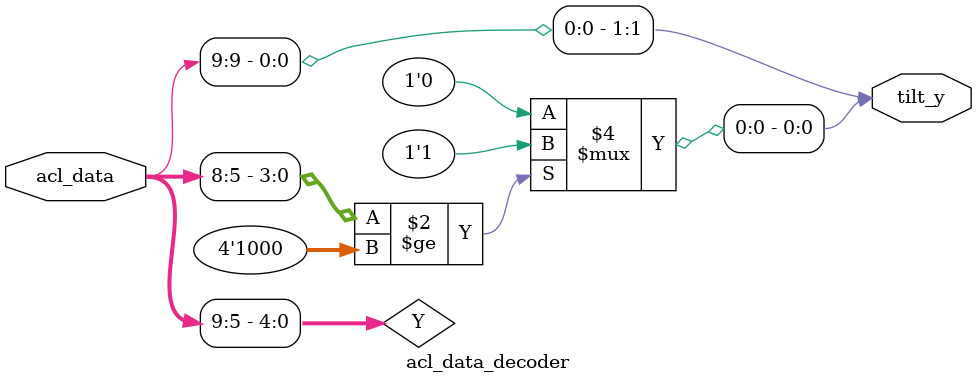
<source format=v>
`timescale 1ns / 1ps


module acl_data_decoder (
    input [14:0] acl_data,  
    output reg [1:0] tilt_y 
);
    wire [4:0] Y = acl_data[9:5];

    always @(*) begin
        // Default values
        tilt_y = 2'b00;

        // Set tilt_y[1] to indicate MSB (sign or extreme condition)
        tilt_y[1] = Y[4];
        // Threshold 8 
        if (Y[3:0] >= 4'b1000) // Values 8 to 15
            tilt_y[0] = 1;
        else                    // Values 0 to 7
            tilt_y[0] = 0;
    end
endmodule


</source>
